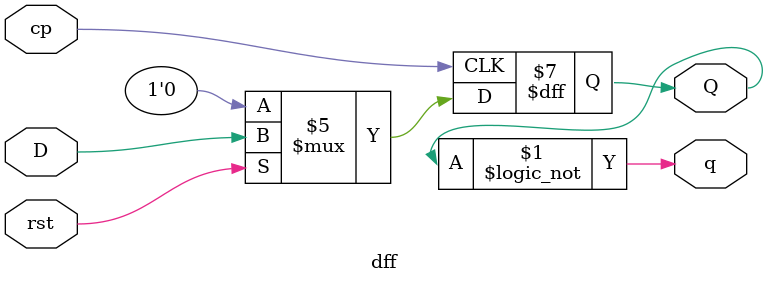
<source format=v>
module dff (
    input D,
    input cp,
    input rst,
    output Q,
    output q
);
    reg Q;
    assign q=!Q;
    always @(posedge cp) begin
        if (!rst) begin
            Q<=1'b0;
        end else begin
           Q<=D; 
        end
    end
endmodule
</source>
